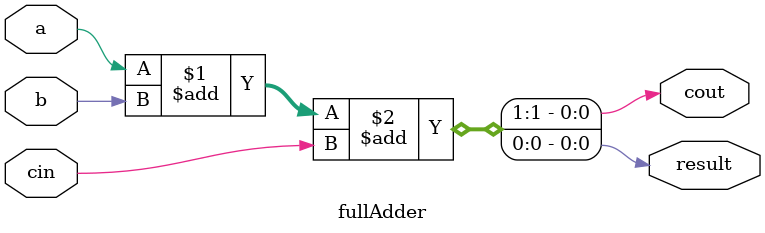
<source format=v>
`timescale 1ns / 1ps


module fullAdder(
input a, input b, input cin, output cout,output result
    );
    assign {cout,result}=a+b+cin;
endmodule

</source>
